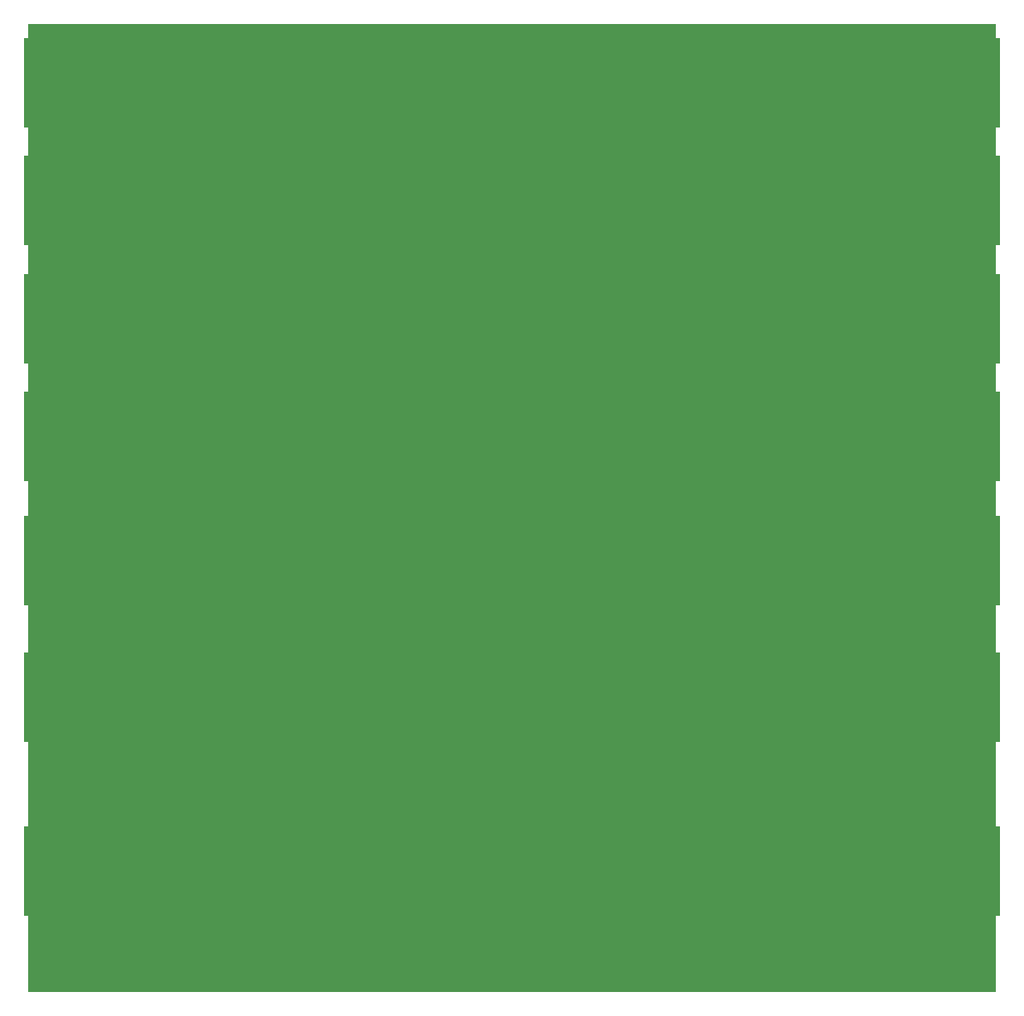
<source format=gbl>
G04 EAGLE Gerber RS-274X export*
G75*
%MOMM*%
%FSLAX34Y34*%
%LPD*%
%INBottom Copper Layer*%
%IPPOS*%
%AMOC8*
5,1,8,0,0,1.08239X$1,22.5*%
G01*
%ADD10C,0.554000*%
%ADD11R,4.572000X9.144000*%
%ADD12C,0.604000*%

G36*
X992398Y3814D02*
X992398Y3814D01*
X992417Y3812D01*
X992519Y3834D01*
X992621Y3850D01*
X992638Y3860D01*
X992658Y3864D01*
X992747Y3917D01*
X992838Y3966D01*
X992852Y3980D01*
X992869Y3990D01*
X992936Y4069D01*
X993008Y4144D01*
X993016Y4162D01*
X993029Y4177D01*
X993068Y4273D01*
X993111Y4367D01*
X993113Y4387D01*
X993121Y4405D01*
X993139Y4572D01*
X993139Y992378D01*
X993136Y992398D01*
X993138Y992417D01*
X993116Y992519D01*
X993100Y992621D01*
X993090Y992638D01*
X993086Y992658D01*
X993033Y992747D01*
X992984Y992838D01*
X992970Y992852D01*
X992960Y992869D01*
X992881Y992936D01*
X992806Y993008D01*
X992788Y993016D01*
X992773Y993029D01*
X992677Y993068D01*
X992583Y993111D01*
X992563Y993113D01*
X992545Y993121D01*
X992378Y993139D01*
X4572Y993139D01*
X4552Y993136D01*
X4533Y993138D01*
X4431Y993116D01*
X4329Y993100D01*
X4312Y993090D01*
X4292Y993086D01*
X4203Y993033D01*
X4112Y992984D01*
X4098Y992970D01*
X4081Y992960D01*
X4014Y992881D01*
X3942Y992806D01*
X3934Y992788D01*
X3921Y992773D01*
X3882Y992677D01*
X3839Y992583D01*
X3837Y992563D01*
X3829Y992545D01*
X3811Y992378D01*
X3811Y4572D01*
X3814Y4552D01*
X3812Y4533D01*
X3834Y4431D01*
X3850Y4329D01*
X3860Y4312D01*
X3864Y4292D01*
X3917Y4203D01*
X3966Y4112D01*
X3980Y4098D01*
X3990Y4081D01*
X4069Y4014D01*
X4144Y3942D01*
X4162Y3934D01*
X4177Y3921D01*
X4273Y3882D01*
X4367Y3839D01*
X4387Y3837D01*
X4405Y3829D01*
X4572Y3811D01*
X992378Y3811D01*
X992398Y3814D01*
G37*
D10*
X984250Y110490D03*
X984250Y143510D03*
X956310Y110490D03*
X956310Y143510D03*
X984250Y165100D03*
X958850Y165100D03*
X984250Y88900D03*
X958850Y88900D03*
X971550Y88900D03*
X971550Y165100D03*
X970280Y143510D03*
X970280Y110490D03*
D11*
X974090Y127000D03*
D10*
X12700Y143510D03*
X12700Y110490D03*
X40640Y143510D03*
X40640Y110490D03*
X12700Y88900D03*
X38100Y88900D03*
X12700Y165100D03*
X38100Y165100D03*
X25400Y165100D03*
X25400Y88900D03*
X26670Y110490D03*
X26670Y143510D03*
D11*
X22860Y127000D03*
D10*
X984250Y288290D03*
X984250Y321310D03*
X956310Y288290D03*
X956310Y321310D03*
X984250Y342900D03*
X958850Y342900D03*
X984250Y266700D03*
X958850Y266700D03*
X971550Y266700D03*
X971550Y342900D03*
X970280Y321310D03*
X970280Y288290D03*
D11*
X974090Y304800D03*
D10*
X12700Y321310D03*
X12700Y288290D03*
X40640Y321310D03*
X40640Y288290D03*
X12700Y266700D03*
X38100Y266700D03*
X12700Y342900D03*
X38100Y342900D03*
X25400Y342900D03*
X25400Y266700D03*
X26670Y288290D03*
X26670Y321310D03*
D11*
X22860Y304800D03*
D10*
X984250Y554990D03*
X984250Y588010D03*
X956310Y554990D03*
X956310Y588010D03*
X984250Y609600D03*
X958850Y609600D03*
X984250Y533400D03*
X958850Y533400D03*
X971550Y533400D03*
X971550Y609600D03*
X970280Y588010D03*
X970280Y554990D03*
D11*
X974090Y571500D03*
D10*
X12700Y588010D03*
X12700Y554990D03*
X40640Y588010D03*
X40640Y554990D03*
X12700Y533400D03*
X38100Y533400D03*
X12700Y609600D03*
X38100Y609600D03*
X25400Y609600D03*
X25400Y533400D03*
X26670Y554990D03*
X26670Y588010D03*
D11*
X22860Y571500D03*
D10*
X984250Y675640D03*
X984250Y708660D03*
X956310Y675640D03*
X956310Y708660D03*
X984250Y730250D03*
X958850Y730250D03*
X984250Y654050D03*
X958850Y654050D03*
X971550Y654050D03*
X971550Y730250D03*
X970280Y708660D03*
X970280Y675640D03*
D11*
X974090Y692150D03*
D10*
X12700Y708660D03*
X12700Y675640D03*
X40640Y708660D03*
X40640Y675640D03*
X12700Y654050D03*
X38100Y654050D03*
X12700Y730250D03*
X38100Y730250D03*
X25400Y730250D03*
X25400Y654050D03*
X26670Y675640D03*
X26670Y708660D03*
D11*
X22860Y692150D03*
D10*
X12700Y829310D03*
X12700Y796290D03*
X40640Y829310D03*
X40640Y796290D03*
X12700Y774700D03*
X38100Y774700D03*
X12700Y850900D03*
X38100Y850900D03*
X25400Y850900D03*
X25400Y774700D03*
X26670Y796290D03*
X26670Y829310D03*
D11*
X22860Y812800D03*
D10*
X984250Y796290D03*
X984250Y829310D03*
X956310Y796290D03*
X956310Y829310D03*
X984250Y850900D03*
X958850Y850900D03*
X984250Y774700D03*
X958850Y774700D03*
X971550Y774700D03*
X971550Y850900D03*
X970280Y829310D03*
X970280Y796290D03*
D11*
X974090Y812800D03*
D10*
X12700Y949960D03*
X12700Y916940D03*
X40640Y949960D03*
X40640Y916940D03*
X12700Y895350D03*
X38100Y895350D03*
X12700Y971550D03*
X38100Y971550D03*
X25400Y971550D03*
X25400Y895350D03*
X26670Y916940D03*
X26670Y949960D03*
D11*
X22860Y933450D03*
D10*
X984250Y916940D03*
X984250Y949960D03*
X956310Y916940D03*
X956310Y949960D03*
X984250Y971550D03*
X958850Y971550D03*
X984250Y895350D03*
X958850Y895350D03*
X971550Y895350D03*
X971550Y971550D03*
X970280Y949960D03*
X970280Y916940D03*
D11*
X974090Y933450D03*
D10*
X12700Y461010D03*
X12700Y427990D03*
X40640Y461010D03*
X40640Y427990D03*
X12700Y406400D03*
X38100Y406400D03*
X12700Y482600D03*
X38100Y482600D03*
X25400Y482600D03*
X25400Y406400D03*
X26670Y427990D03*
X26670Y461010D03*
D11*
X22860Y444500D03*
D10*
X984250Y427990D03*
X984250Y461010D03*
X956310Y427990D03*
X956310Y461010D03*
X984250Y482600D03*
X958850Y482600D03*
X984250Y406400D03*
X958850Y406400D03*
X971550Y406400D03*
X971550Y482600D03*
X970280Y461010D03*
X970280Y427990D03*
D11*
X974090Y444500D03*
D12*
X57150Y139700D03*
X57150Y114300D03*
X939800Y139700D03*
X939800Y114300D03*
X57150Y292100D03*
X57150Y317500D03*
X939800Y292100D03*
X939800Y317500D03*
X63500Y584200D03*
X88900Y584200D03*
X114300Y584200D03*
X139700Y584200D03*
X165100Y584200D03*
X190500Y584200D03*
X215900Y584200D03*
X241300Y584200D03*
X266700Y584200D03*
X292100Y584200D03*
X317500Y584200D03*
X342900Y584200D03*
X368300Y584200D03*
X393700Y584200D03*
X419100Y584200D03*
X444500Y584200D03*
X469900Y584200D03*
X495300Y584200D03*
X520700Y584200D03*
X546100Y584200D03*
X571500Y584200D03*
X596900Y584200D03*
X622300Y584200D03*
X647700Y584200D03*
X673100Y584200D03*
X698500Y584200D03*
X723900Y584200D03*
X749300Y584200D03*
X774700Y584200D03*
X800100Y584200D03*
X825500Y584200D03*
X850900Y584200D03*
X876300Y584200D03*
X901700Y584200D03*
X927100Y584200D03*
X63500Y558800D03*
X88900Y558800D03*
X114300Y558800D03*
X139700Y558800D03*
X165100Y558800D03*
X190500Y558800D03*
X215900Y558800D03*
X241300Y558800D03*
X266700Y558800D03*
X292100Y558800D03*
X317500Y558800D03*
X342900Y558800D03*
X368300Y558800D03*
X393700Y558800D03*
X419100Y558800D03*
X444500Y558800D03*
X469900Y558800D03*
X495300Y558800D03*
X520700Y558800D03*
X546100Y558800D03*
X571500Y558800D03*
X596900Y558800D03*
X622300Y558800D03*
X647700Y558800D03*
X673100Y558800D03*
X698500Y558800D03*
X723900Y558800D03*
X749300Y558800D03*
X774700Y558800D03*
X800100Y558800D03*
X825500Y558800D03*
X850900Y558800D03*
X876300Y558800D03*
X901700Y558800D03*
X927100Y558800D03*
X63500Y704850D03*
X88900Y704850D03*
X114300Y704850D03*
X139700Y704850D03*
X165100Y704850D03*
X190500Y704850D03*
X215900Y704850D03*
X241300Y704850D03*
X266700Y704850D03*
X292100Y704850D03*
X317500Y704850D03*
X342900Y704850D03*
X368300Y704850D03*
X393700Y704850D03*
X419100Y704850D03*
X444500Y704850D03*
X469900Y704850D03*
X495300Y704850D03*
X520700Y704850D03*
X546100Y704850D03*
X571500Y704850D03*
X596900Y704850D03*
X622300Y704850D03*
X647700Y704850D03*
X673100Y704850D03*
X698500Y704850D03*
X723900Y704850D03*
X749300Y704850D03*
X774700Y704850D03*
X800100Y704850D03*
X825500Y704850D03*
X850900Y704850D03*
X876300Y704850D03*
X901700Y704850D03*
X927100Y704850D03*
X63500Y679450D03*
X88900Y679450D03*
X114300Y679450D03*
X139700Y679450D03*
X165100Y679450D03*
X190500Y679450D03*
X215900Y679450D03*
X241300Y679450D03*
X266700Y679450D03*
X292100Y679450D03*
X317500Y679450D03*
X342900Y679450D03*
X368300Y679450D03*
X393700Y679450D03*
X419100Y679450D03*
X444500Y679450D03*
X469900Y679450D03*
X495300Y679450D03*
X520700Y679450D03*
X546100Y679450D03*
X571500Y679450D03*
X596900Y679450D03*
X622300Y679450D03*
X647700Y679450D03*
X673100Y679450D03*
X698500Y679450D03*
X723900Y679450D03*
X749300Y679450D03*
X774700Y679450D03*
X800100Y679450D03*
X825500Y679450D03*
X850900Y679450D03*
X876300Y679450D03*
X901700Y679450D03*
X927100Y679450D03*
X63500Y825500D03*
X88900Y825500D03*
X114300Y825500D03*
X139700Y825500D03*
X165100Y825500D03*
X190500Y825500D03*
X215900Y825500D03*
X241300Y825500D03*
X266700Y825500D03*
X292100Y825500D03*
X317500Y825500D03*
X342900Y825500D03*
X368300Y825500D03*
X393700Y825500D03*
X419100Y825500D03*
X444500Y825500D03*
X469900Y825500D03*
X495300Y825500D03*
X520700Y825500D03*
X546100Y825500D03*
X571500Y825500D03*
X596900Y825500D03*
X622300Y825500D03*
X647700Y825500D03*
X673100Y825500D03*
X698500Y825500D03*
X723900Y825500D03*
X749300Y825500D03*
X774700Y825500D03*
X800100Y825500D03*
X825500Y825500D03*
X850900Y825500D03*
X876300Y825500D03*
X901700Y825500D03*
X927100Y825500D03*
X63500Y800100D03*
X88900Y800100D03*
X114300Y800100D03*
X139700Y800100D03*
X165100Y800100D03*
X190500Y800100D03*
X215900Y800100D03*
X241300Y800100D03*
X266700Y800100D03*
X292100Y800100D03*
X317500Y800100D03*
X342900Y800100D03*
X368300Y800100D03*
X393700Y800100D03*
X419100Y800100D03*
X444500Y800100D03*
X469900Y800100D03*
X495300Y800100D03*
X520700Y800100D03*
X546100Y800100D03*
X571500Y800100D03*
X596900Y800100D03*
X622300Y800100D03*
X647700Y800100D03*
X673100Y800100D03*
X698500Y800100D03*
X723900Y800100D03*
X749300Y800100D03*
X774700Y800100D03*
X800100Y800100D03*
X825500Y800100D03*
X850900Y800100D03*
X876300Y800100D03*
X901700Y800100D03*
X927100Y800100D03*
X63500Y920750D03*
X88900Y920750D03*
X114300Y920750D03*
X139700Y920750D03*
X165100Y920750D03*
X190500Y920750D03*
X215900Y920750D03*
X241300Y920750D03*
X266700Y920750D03*
X292100Y920750D03*
X317500Y920750D03*
X342900Y920750D03*
X368300Y920750D03*
X393700Y920750D03*
X419100Y920750D03*
X444500Y920750D03*
X469900Y920750D03*
X495300Y920750D03*
X520700Y920750D03*
X546100Y920750D03*
X571500Y920750D03*
X596900Y920750D03*
X622300Y920750D03*
X647700Y920750D03*
X673100Y920750D03*
X698500Y920750D03*
X723900Y920750D03*
X749300Y920750D03*
X774700Y920750D03*
X800100Y920750D03*
X825500Y920750D03*
X850900Y920750D03*
X876300Y920750D03*
X901700Y920750D03*
X927100Y920750D03*
X63500Y946150D03*
X88900Y946150D03*
X114300Y946150D03*
X139700Y946150D03*
X165100Y946150D03*
X190500Y946150D03*
X215900Y946150D03*
X241300Y946150D03*
X266700Y946150D03*
X292100Y946150D03*
X317500Y946150D03*
X342900Y946150D03*
X368300Y946150D03*
X393700Y946150D03*
X419100Y946150D03*
X444500Y946150D03*
X469900Y946150D03*
X495300Y946150D03*
X520700Y946150D03*
X546100Y946150D03*
X571500Y946150D03*
X596900Y946150D03*
X622300Y946150D03*
X647700Y946150D03*
X673100Y946150D03*
X698500Y946150D03*
X723900Y946150D03*
X749300Y946150D03*
X774700Y946150D03*
X800100Y946150D03*
X825500Y946150D03*
X850900Y946150D03*
X876300Y946150D03*
X901700Y946150D03*
X927100Y946150D03*
M02*

</source>
